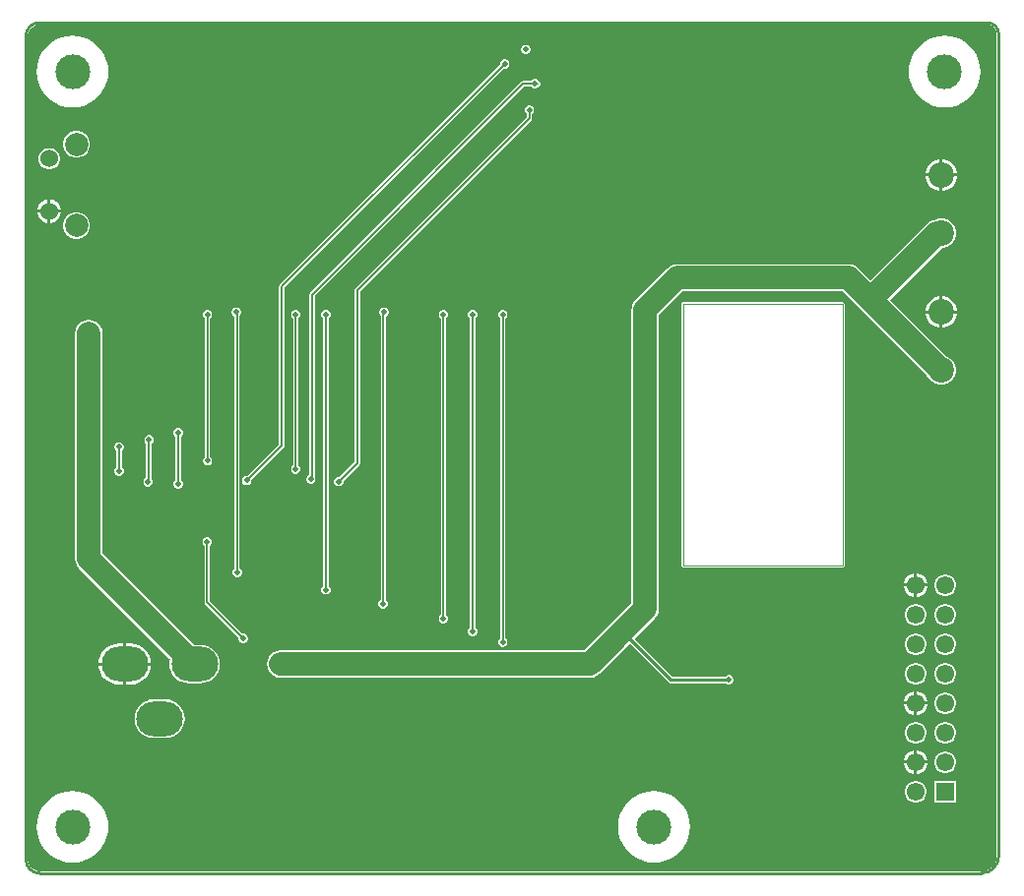
<source format=gbl>
G04*
G04 #@! TF.GenerationSoftware,Altium Limited,Altium Designer,25.8.1 (18)*
G04*
G04 Layer_Physical_Order=2*
G04 Layer_Color=16711680*
%FSLAX24Y24*%
%MOIN*%
G70*
G04*
G04 #@! TF.SameCoordinates,E7C4B6EF-679D-40F3-B346-0123BADFF20E*
G04*
G04*
G04 #@! TF.FilePolarity,Positive*
G04*
G01*
G75*
%ADD13C,0.0100*%
%ADD17C,0.0039*%
%ADD39R,0.0610X0.0610*%
%ADD40C,0.0610*%
%ADD46C,0.0197*%
%ADD48C,0.0060*%
%ADD49C,0.0800*%
%ADD52C,0.0866*%
%ADD53O,0.1575X0.1181*%
%ADD54C,0.1181*%
%ADD55C,0.0600*%
%ADD56C,0.0787*%
G36*
X30971Y27186D02*
X30973Y27186D01*
X30975Y27186D01*
X31006D01*
X31068Y27173D01*
X31126Y27149D01*
X31178Y27114D01*
X31223Y27070D01*
X31258Y27018D01*
X31282Y26960D01*
X31294Y26898D01*
Y26866D01*
X31294Y-999D01*
Y-1049D01*
X31274Y-1147D01*
X31236Y-1240D01*
X31181Y-1323D01*
X31110Y-1393D01*
X31027Y-1449D01*
X30935Y-1487D01*
X30837Y-1507D01*
X30787D01*
X30787Y-1507D01*
X30787Y-1507D01*
X-1113Y-1510D01*
X-1151Y-1510D01*
X-1228Y-1495D01*
X-1300Y-1465D01*
X-1366Y-1421D01*
X-1421Y-1366D01*
X-1465Y-1300D01*
X-1495Y-1228D01*
X-1510Y-1151D01*
Y-1112D01*
X-1510Y26791D01*
Y26830D01*
X-1495Y26907D01*
X-1465Y26980D01*
X-1421Y27045D01*
X-1366Y27100D01*
X-1300Y27144D01*
X-1228Y27174D01*
X-1151Y27189D01*
X-1112D01*
X30904Y27189D01*
X30971Y27186D01*
D02*
G37*
%LPC*%
G36*
X15386Y26501D02*
X15323D01*
X15265Y26477D01*
X15220Y26432D01*
X15196Y26374D01*
Y26311D01*
X15220Y26253D01*
X15265Y26208D01*
X15323Y26184D01*
X15386D01*
X15444Y26208D01*
X15489Y26253D01*
X15513Y26311D01*
Y26374D01*
X15489Y26432D01*
X15444Y26477D01*
X15386Y26501D01*
D02*
G37*
G36*
X15695Y25336D02*
X15632D01*
X15574Y25311D01*
X15531Y25269D01*
X15256D01*
X15221Y25262D01*
X15191Y25242D01*
X8045Y18096D01*
X8025Y18067D01*
X8018Y18032D01*
Y11921D01*
X7981Y11906D01*
X7937Y11861D01*
X7912Y11803D01*
Y11740D01*
X7937Y11682D01*
X7981Y11637D01*
X8039Y11613D01*
X8102D01*
X8161Y11637D01*
X8205Y11682D01*
X8229Y11740D01*
Y11803D01*
X8205Y11861D01*
X8200Y11866D01*
X8202Y11875D01*
Y17993D01*
X15294Y25085D01*
X15531D01*
X15574Y25043D01*
X15632Y25019D01*
X15695D01*
X15753Y25043D01*
X15798Y25087D01*
X15804Y25103D01*
X15819Y25112D01*
X15839Y25142D01*
X15846Y25177D01*
X15839Y25212D01*
X15819Y25242D01*
X15804Y25252D01*
X15798Y25267D01*
X15753Y25311D01*
X15695Y25336D01*
D02*
G37*
G36*
X29528Y26807D02*
X29337Y26792D01*
X29152Y26747D01*
X28975Y26674D01*
X28813Y26574D01*
X28668Y26450D01*
X28544Y26305D01*
X28444Y26143D01*
X28371Y25966D01*
X28326Y25781D01*
X28311Y25591D01*
X28326Y25400D01*
X28371Y25215D01*
X28444Y25038D01*
X28544Y24876D01*
X28668Y24731D01*
X28813Y24607D01*
X28975Y24507D01*
X29152Y24434D01*
X29337Y24389D01*
X29528Y24374D01*
X29718Y24389D01*
X29903Y24434D01*
X30080Y24507D01*
X30242Y24607D01*
X30387Y24731D01*
X30511Y24876D01*
X30611Y25038D01*
X30684Y25215D01*
X30729Y25400D01*
X30744Y25591D01*
X30729Y25781D01*
X30684Y25966D01*
X30611Y26143D01*
X30511Y26305D01*
X30387Y26450D01*
X30242Y26574D01*
X30080Y26674D01*
X29903Y26747D01*
X29718Y26792D01*
X29528Y26807D01*
D02*
G37*
G36*
X0D02*
X-190Y26792D01*
X-376Y26747D01*
X-552Y26674D01*
X-715Y26574D01*
X-860Y26450D01*
X-984Y26305D01*
X-1084Y26143D01*
X-1157Y25966D01*
X-1201Y25781D01*
X-1216Y25591D01*
X-1201Y25400D01*
X-1157Y25215D01*
X-1084Y25038D01*
X-984Y24876D01*
X-860Y24731D01*
X-715Y24607D01*
X-552Y24507D01*
X-376Y24434D01*
X-190Y24389D01*
X0Y24374D01*
X190Y24389D01*
X376Y24434D01*
X552Y24507D01*
X715Y24607D01*
X860Y24731D01*
X984Y24876D01*
X1084Y25038D01*
X1157Y25215D01*
X1201Y25400D01*
X1216Y25591D01*
X1201Y25781D01*
X1157Y25966D01*
X1084Y26143D01*
X984Y26305D01*
X860Y26450D01*
X715Y26574D01*
X552Y26674D01*
X376Y26747D01*
X190Y26792D01*
X0Y26807D01*
D02*
G37*
G36*
X198Y23584D02*
X78D01*
X-37Y23553D01*
X-141Y23493D01*
X-225Y23409D01*
X-285Y23305D01*
X-316Y23190D01*
Y23070D01*
X-285Y22955D01*
X-225Y22851D01*
X-141Y22767D01*
X-37Y22707D01*
X78Y22676D01*
X198D01*
X313Y22707D01*
X416Y22767D01*
X501Y22851D01*
X561Y22955D01*
X591Y23070D01*
Y23190D01*
X561Y23305D01*
X501Y23409D01*
X416Y23493D01*
X313Y23553D01*
X198Y23584D01*
D02*
G37*
G36*
X-740Y22998D02*
X-835D01*
X-926Y22973D01*
X-1008Y22926D01*
X-1075Y22859D01*
X-1123Y22777D01*
X-1147Y22685D01*
Y22590D01*
X-1123Y22499D01*
X-1075Y22417D01*
X-1008Y22350D01*
X-926Y22302D01*
X-835Y22278D01*
X-740D01*
X-648Y22302D01*
X-566Y22350D01*
X-499Y22417D01*
X-452Y22499D01*
X-427Y22590D01*
Y22685D01*
X-452Y22777D01*
X-499Y22859D01*
X-566Y22926D01*
X-648Y22973D01*
X-740Y22998D01*
D02*
G37*
G36*
X29480Y22620D02*
X29459D01*
Y22137D01*
X29943D01*
Y22157D01*
X29906Y22292D01*
X29836Y22414D01*
X29737Y22513D01*
X29615Y22583D01*
X29480Y22620D01*
D02*
G37*
G36*
X29359D02*
X29339D01*
X29204Y22583D01*
X29082Y22513D01*
X28983Y22414D01*
X28913Y22292D01*
X28876Y22157D01*
Y22137D01*
X29359D01*
Y22620D01*
D02*
G37*
G36*
X29943Y22037D02*
X29459D01*
Y21554D01*
X29480D01*
X29615Y21590D01*
X29737Y21660D01*
X29836Y21759D01*
X29906Y21881D01*
X29943Y22016D01*
Y22037D01*
D02*
G37*
G36*
X29359D02*
X28876D01*
Y22016D01*
X28913Y21881D01*
X28983Y21759D01*
X29082Y21660D01*
X29204Y21590D01*
X29339Y21554D01*
X29359D01*
Y22037D01*
D02*
G37*
G36*
X-735Y21266D02*
X-737D01*
Y20916D01*
X-387D01*
Y20919D01*
X-415Y21021D01*
X-467Y21112D01*
X-542Y21186D01*
X-633Y21239D01*
X-735Y21266D01*
D02*
G37*
G36*
X-837D02*
X-840D01*
X-942Y21239D01*
X-1033Y21186D01*
X-1107Y21112D01*
X-1160Y21021D01*
X-1187Y20919D01*
Y20916D01*
X-837D01*
Y21266D01*
D02*
G37*
G36*
X-387Y20816D02*
X-737D01*
Y20466D01*
X-735D01*
X-633Y20493D01*
X-542Y20546D01*
X-467Y20621D01*
X-415Y20712D01*
X-387Y20813D01*
Y20816D01*
D02*
G37*
G36*
X-837D02*
X-1187D01*
Y20813D01*
X-1160Y20712D01*
X-1107Y20621D01*
X-1033Y20546D01*
X-942Y20493D01*
X-840Y20466D01*
X-837D01*
Y20816D01*
D02*
G37*
G36*
X198Y20828D02*
X78D01*
X-37Y20797D01*
X-141Y20737D01*
X-225Y20653D01*
X-285Y20549D01*
X-316Y20434D01*
Y20314D01*
X-285Y20199D01*
X-225Y20095D01*
X-141Y20011D01*
X-37Y19951D01*
X78Y19920D01*
X198D01*
X313Y19951D01*
X416Y20011D01*
X501Y20095D01*
X561Y20199D01*
X591Y20314D01*
Y20434D01*
X561Y20549D01*
X501Y20653D01*
X416Y20737D01*
X313Y20797D01*
X198Y20828D01*
D02*
G37*
G36*
X29474Y20611D02*
X29345D01*
X29219Y20578D01*
X29189Y20560D01*
X29139Y20554D01*
X29027Y20507D01*
X28931Y20434D01*
X27018Y18520D01*
X26608Y18930D01*
X26512Y19004D01*
X26479Y19018D01*
X26400Y19051D01*
X26340Y19058D01*
X26280Y19066D01*
X26280Y19066D01*
X20472D01*
X20352Y19051D01*
X20240Y19004D01*
X20144Y18930D01*
X20144Y18930D01*
X19062Y17848D01*
X18988Y17752D01*
X18942Y17640D01*
X18934Y17580D01*
X18926Y17520D01*
X18926Y17520D01*
Y7574D01*
X18058Y6706D01*
X18058Y6706D01*
X17841Y6489D01*
X17328Y5976D01*
X7047D01*
X6927Y5960D01*
X6815Y5914D01*
X6719Y5840D01*
X6645Y5744D01*
X6599Y5632D01*
X6583Y5512D01*
X6599Y5392D01*
X6645Y5280D01*
X6719Y5184D01*
X6815Y5110D01*
X6927Y5064D01*
X7047Y5048D01*
X17520D01*
X17520Y5048D01*
X17640Y5064D01*
X17752Y5110D01*
X17848Y5184D01*
X18497Y5833D01*
X18714Y6050D01*
X18714Y6050D01*
X18871Y6207D01*
X20179Y4898D01*
X20179Y4898D01*
X20216Y4874D01*
X20259Y4866D01*
X22111D01*
X22133Y4843D01*
X22192Y4819D01*
X22255D01*
X22313Y4843D01*
X22357Y4888D01*
X22382Y4946D01*
Y5009D01*
X22357Y5067D01*
X22313Y5112D01*
X22255Y5136D01*
X22192D01*
X22133Y5112D01*
X22111Y5090D01*
X20305D01*
X19029Y6365D01*
X19718Y7054D01*
X19718Y7054D01*
X19760Y7108D01*
X19792Y7150D01*
X19811Y7196D01*
X19838Y7262D01*
X19854Y7382D01*
Y17328D01*
X20665Y18138D01*
X26087D01*
X28959Y15267D01*
X29015Y15170D01*
X29107Y15078D01*
X29219Y15013D01*
X29345Y14979D01*
X29474D01*
X29600Y15013D01*
X29712Y15078D01*
X29804Y15170D01*
X29869Y15282D01*
X29903Y15408D01*
Y15537D01*
X29869Y15663D01*
X29804Y15775D01*
X29712Y15867D01*
X29615Y15923D01*
X27674Y17864D01*
X29435Y19625D01*
X29474D01*
X29600Y19659D01*
X29712Y19724D01*
X29804Y19815D01*
X29869Y19928D01*
X29903Y20053D01*
Y20183D01*
X29869Y20308D01*
X29804Y20421D01*
X29712Y20513D01*
X29600Y20578D01*
X29474Y20611D01*
D02*
G37*
G36*
X29480Y17974D02*
X29459D01*
Y17491D01*
X29943D01*
Y17511D01*
X29906Y17647D01*
X29836Y17768D01*
X29737Y17868D01*
X29615Y17938D01*
X29480Y17974D01*
D02*
G37*
G36*
X29359D02*
X29339D01*
X29204Y17938D01*
X29082Y17868D01*
X28983Y17768D01*
X28913Y17647D01*
X28876Y17511D01*
Y17491D01*
X29359D01*
Y17974D01*
D02*
G37*
G36*
X29943Y17391D02*
X29459D01*
Y16908D01*
X29480D01*
X29615Y16944D01*
X29737Y17014D01*
X29836Y17114D01*
X29906Y17235D01*
X29943Y17371D01*
Y17391D01*
D02*
G37*
G36*
X29359D02*
X28876D01*
Y17371D01*
X28913Y17235D01*
X28983Y17114D01*
X29082Y17014D01*
X29204Y16944D01*
X29339Y16908D01*
X29359D01*
Y17391D01*
D02*
G37*
G36*
X4598Y17521D02*
X4535D01*
X4477Y17497D01*
X4433Y17452D01*
X4408Y17394D01*
Y17331D01*
X4433Y17272D01*
X4475Y17230D01*
Y12534D01*
X4433Y12491D01*
X4408Y12433D01*
Y12370D01*
X4433Y12312D01*
X4477Y12267D01*
X4535Y12243D01*
X4598D01*
X4657Y12267D01*
X4701Y12312D01*
X4725Y12370D01*
Y12433D01*
X4701Y12491D01*
X4659Y12534D01*
Y17230D01*
X4701Y17272D01*
X4725Y17331D01*
Y17394D01*
X4701Y17452D01*
X4657Y17497D01*
X4598Y17521D01*
D02*
G37*
G36*
X7591D02*
X7528D01*
X7469Y17497D01*
X7425Y17452D01*
X7401Y17394D01*
Y17331D01*
X7425Y17272D01*
X7467Y17230D01*
Y12258D01*
X7425Y12216D01*
X7401Y12157D01*
Y12094D01*
X7425Y12036D01*
X7469Y11992D01*
X7528Y11968D01*
X7591D01*
X7649Y11992D01*
X7693Y12036D01*
X7717Y12094D01*
Y12157D01*
X7693Y12216D01*
X7651Y12258D01*
Y17230D01*
X7693Y17272D01*
X7717Y17331D01*
Y17394D01*
X7693Y17452D01*
X7649Y17497D01*
X7591Y17521D01*
D02*
G37*
G36*
X1606Y13032D02*
X1543D01*
X1485Y13008D01*
X1441Y12964D01*
X1416Y12906D01*
Y12843D01*
X1441Y12784D01*
X1485Y12740D01*
X1492Y12737D01*
Y12185D01*
X1485Y12182D01*
X1441Y12137D01*
X1416Y12079D01*
Y12016D01*
X1441Y11957D01*
X1485Y11913D01*
X1543Y11889D01*
X1606D01*
X1665Y11913D01*
X1709Y11957D01*
X1733Y12016D01*
Y12079D01*
X1709Y12137D01*
X1676Y12170D01*
Y12751D01*
X1709Y12784D01*
X1733Y12843D01*
Y12906D01*
X1709Y12964D01*
X1665Y13008D01*
X1606Y13032D01*
D02*
G37*
G36*
X14667Y26015D02*
X14604D01*
X14546Y25991D01*
X14502Y25946D01*
X14477Y25888D01*
Y25828D01*
X7022Y18372D01*
X7002Y18343D01*
X6995Y18307D01*
Y12961D01*
X5928Y11894D01*
X5868D01*
X5810Y11870D01*
X5765Y11825D01*
X5741Y11767D01*
Y11704D01*
X5765Y11646D01*
X5810Y11601D01*
X5868Y11577D01*
X5931D01*
X5989Y11601D01*
X6034Y11646D01*
X6058Y11704D01*
Y11764D01*
X7151Y12858D01*
X7171Y12888D01*
X7178Y12923D01*
Y18269D01*
X14607Y25698D01*
X14667D01*
X14726Y25722D01*
X14770Y25767D01*
X14794Y25825D01*
Y25888D01*
X14770Y25946D01*
X14726Y25991D01*
X14667Y26015D01*
D02*
G37*
G36*
X15504Y24450D02*
X15441D01*
X15383Y24426D01*
X15338Y24381D01*
X15314Y24323D01*
Y24260D01*
X15338Y24202D01*
X15381Y24159D01*
Y24054D01*
X9581Y18254D01*
X9561Y18224D01*
X9554Y18189D01*
Y12370D01*
X9041Y11857D01*
X8981D01*
X8923Y11833D01*
X8878Y11788D01*
X8854Y11730D01*
Y11667D01*
X8878Y11609D01*
X8923Y11564D01*
X8981Y11540D01*
X9044D01*
X9102Y11564D01*
X9147Y11609D01*
X9171Y11667D01*
Y11727D01*
X9711Y12267D01*
X9730Y12297D01*
X9737Y12332D01*
Y18151D01*
X15537Y23951D01*
X15557Y23981D01*
X15564Y24016D01*
Y24159D01*
X15607Y24202D01*
X15631Y24260D01*
Y24323D01*
X15607Y24381D01*
X15562Y24426D01*
X15504Y24450D01*
D02*
G37*
G36*
X2630Y13269D02*
X2567D01*
X2509Y13245D01*
X2464Y13200D01*
X2440Y13142D01*
Y13079D01*
X2464Y13020D01*
X2487Y12998D01*
Y11835D01*
X2469Y11827D01*
X2425Y11783D01*
X2401Y11724D01*
Y11661D01*
X2425Y11603D01*
X2469Y11559D01*
X2528Y11534D01*
X2591D01*
X2649Y11559D01*
X2693Y11603D01*
X2717Y11661D01*
Y11724D01*
X2693Y11783D01*
X2670Y11806D01*
Y12969D01*
X2688Y12976D01*
X2733Y13020D01*
X2757Y13079D01*
Y13142D01*
X2733Y13200D01*
X2688Y13245D01*
X2630Y13269D01*
D02*
G37*
G36*
X3614Y13505D02*
X3551D01*
X3493Y13481D01*
X3448Y13436D01*
X3424Y13378D01*
Y13315D01*
X3448Y13257D01*
X3491Y13214D01*
Y11746D01*
X3448Y11704D01*
X3424Y11646D01*
Y11583D01*
X3448Y11524D01*
X3493Y11480D01*
X3551Y11456D01*
X3614D01*
X3672Y11480D01*
X3717Y11524D01*
X3741Y11583D01*
Y11646D01*
X3717Y11704D01*
X3674Y11746D01*
Y13214D01*
X3717Y13257D01*
X3741Y13315D01*
Y13378D01*
X3717Y13436D01*
X3672Y13481D01*
X3614Y13505D01*
D02*
G37*
G36*
X26083Y17781D02*
X20669D01*
X20623Y17762D01*
X20604Y17717D01*
Y8858D01*
X20623Y8812D01*
X20669Y8793D01*
X26083D01*
X26129Y8812D01*
X26148Y8858D01*
Y17717D01*
X26129Y17762D01*
X26083Y17781D01*
D02*
G37*
G36*
X5583Y17599D02*
X5520D01*
X5461Y17575D01*
X5417Y17531D01*
X5393Y17472D01*
Y17409D01*
X5417Y17351D01*
X5461Y17307D01*
X5479Y17299D01*
Y8735D01*
X5456Y8712D01*
X5432Y8654D01*
Y8591D01*
X5456Y8532D01*
X5501Y8488D01*
X5559Y8464D01*
X5622D01*
X5680Y8488D01*
X5725Y8532D01*
X5749Y8591D01*
Y8654D01*
X5725Y8712D01*
X5680Y8756D01*
X5663Y8764D01*
Y17328D01*
X5685Y17351D01*
X5710Y17409D01*
Y17472D01*
X5685Y17531D01*
X5641Y17575D01*
X5583Y17599D01*
D02*
G37*
G36*
X28601Y8594D02*
X28597D01*
Y8239D01*
X28952D01*
Y8242D01*
X28925Y8345D01*
X28871Y8438D01*
X28796Y8513D01*
X28704Y8566D01*
X28601Y8594D01*
D02*
G37*
G36*
X28497D02*
X28494D01*
X28391Y8566D01*
X28298Y8513D01*
X28223Y8438D01*
X28170Y8345D01*
X28142Y8242D01*
Y8239D01*
X28497D01*
Y8594D01*
D02*
G37*
G36*
X8614Y17521D02*
X8551D01*
X8493Y17497D01*
X8448Y17452D01*
X8424Y17394D01*
Y17331D01*
X8448Y17272D01*
X8491Y17230D01*
Y8164D01*
X8448Y8121D01*
X8424Y8063D01*
Y8000D01*
X8448Y7942D01*
X8493Y7897D01*
X8551Y7873D01*
X8614D01*
X8672Y7897D01*
X8717Y7942D01*
X8741Y8000D01*
Y8063D01*
X8717Y8121D01*
X8674Y8164D01*
Y17230D01*
X8717Y17272D01*
X8741Y17331D01*
Y17394D01*
X8717Y17452D01*
X8672Y17497D01*
X8614Y17521D01*
D02*
G37*
G36*
X29595Y8554D02*
X29499D01*
X29406Y8529D01*
X29323Y8481D01*
X29255Y8413D01*
X29207Y8330D01*
X29182Y8237D01*
Y8141D01*
X29207Y8048D01*
X29255Y7965D01*
X29323Y7897D01*
X29406Y7849D01*
X29499Y7824D01*
X29595D01*
X29688Y7849D01*
X29771Y7897D01*
X29839Y7965D01*
X29887Y8048D01*
X29912Y8141D01*
Y8237D01*
X29887Y8330D01*
X29839Y8413D01*
X29771Y8481D01*
X29688Y8529D01*
X29595Y8554D01*
D02*
G37*
G36*
X28952Y8139D02*
X28597D01*
Y7784D01*
X28601D01*
X28704Y7811D01*
X28796Y7865D01*
X28871Y7940D01*
X28925Y8033D01*
X28952Y8136D01*
Y8139D01*
D02*
G37*
G36*
X28497D02*
X28142D01*
Y8136D01*
X28170Y8033D01*
X28223Y7940D01*
X28298Y7865D01*
X28391Y7811D01*
X28494Y7784D01*
X28497D01*
Y8139D01*
D02*
G37*
G36*
X10583Y17599D02*
X10520D01*
X10461Y17575D01*
X10417Y17531D01*
X10393Y17472D01*
Y17409D01*
X10417Y17351D01*
X10440Y17328D01*
Y7701D01*
X10422Y7693D01*
X10378Y7649D01*
X10353Y7591D01*
Y7528D01*
X10378Y7469D01*
X10422Y7425D01*
X10480Y7401D01*
X10543D01*
X10602Y7425D01*
X10646Y7469D01*
X10670Y7528D01*
Y7591D01*
X10646Y7649D01*
X10623Y7672D01*
Y17299D01*
X10641Y17307D01*
X10685Y17351D01*
X10710Y17409D01*
Y17472D01*
X10685Y17531D01*
X10641Y17575D01*
X10583Y17599D01*
D02*
G37*
G36*
X12591Y17521D02*
X12528D01*
X12469Y17497D01*
X12425Y17452D01*
X12401Y17394D01*
Y17331D01*
X12425Y17272D01*
X12467Y17230D01*
Y7180D01*
X12425Y7137D01*
X12401Y7079D01*
Y7016D01*
X12425Y6957D01*
X12469Y6913D01*
X12528Y6889D01*
X12591D01*
X12649Y6913D01*
X12693Y6957D01*
X12717Y7016D01*
Y7079D01*
X12693Y7137D01*
X12651Y7180D01*
Y17230D01*
X12693Y17272D01*
X12717Y17331D01*
Y17394D01*
X12693Y17452D01*
X12649Y17497D01*
X12591Y17521D01*
D02*
G37*
G36*
X29595Y7554D02*
X29499D01*
X29406Y7529D01*
X29323Y7481D01*
X29255Y7413D01*
X29207Y7330D01*
X29182Y7237D01*
Y7141D01*
X29207Y7048D01*
X29255Y6965D01*
X29323Y6897D01*
X29406Y6849D01*
X29499Y6824D01*
X29595D01*
X29688Y6849D01*
X29771Y6897D01*
X29839Y6965D01*
X29887Y7048D01*
X29912Y7141D01*
Y7237D01*
X29887Y7330D01*
X29839Y7413D01*
X29771Y7481D01*
X29688Y7529D01*
X29595Y7554D01*
D02*
G37*
G36*
X28595D02*
X28499D01*
X28406Y7529D01*
X28323Y7481D01*
X28255Y7413D01*
X28207Y7330D01*
X28182Y7237D01*
Y7141D01*
X28207Y7048D01*
X28255Y6965D01*
X28323Y6897D01*
X28406Y6849D01*
X28499Y6824D01*
X28595D01*
X28688Y6849D01*
X28771Y6897D01*
X28839Y6965D01*
X28887Y7048D01*
X28912Y7141D01*
Y7237D01*
X28887Y7330D01*
X28839Y7413D01*
X28771Y7481D01*
X28688Y7529D01*
X28595Y7554D01*
D02*
G37*
G36*
X13575Y17521D02*
X13512D01*
X13454Y17497D01*
X13409Y17452D01*
X13385Y17394D01*
Y17331D01*
X13409Y17272D01*
X13452Y17230D01*
Y6746D01*
X13409Y6704D01*
X13385Y6646D01*
Y6583D01*
X13409Y6524D01*
X13454Y6480D01*
X13512Y6456D01*
X13575D01*
X13633Y6480D01*
X13678Y6524D01*
X13702Y6583D01*
Y6646D01*
X13678Y6704D01*
X13635Y6746D01*
Y17230D01*
X13678Y17272D01*
X13702Y17331D01*
Y17394D01*
X13678Y17452D01*
X13633Y17497D01*
X13575Y17521D01*
D02*
G37*
G36*
X4591Y9812D02*
X4528D01*
X4469Y9788D01*
X4425Y9743D01*
X4401Y9685D01*
Y9622D01*
X4425Y9564D01*
X4467Y9521D01*
Y7606D01*
X4474Y7571D01*
X4494Y7541D01*
X5629Y6407D01*
Y6346D01*
X5653Y6288D01*
X5698Y6244D01*
X5756Y6220D01*
X5819D01*
X5877Y6244D01*
X5922Y6288D01*
X5946Y6346D01*
Y6409D01*
X5922Y6468D01*
X5877Y6512D01*
X5819Y6536D01*
X5759D01*
X4651Y7644D01*
Y9521D01*
X4693Y9564D01*
X4717Y9622D01*
Y9685D01*
X4693Y9743D01*
X4649Y9788D01*
X4591Y9812D01*
D02*
G37*
G36*
X14598Y17521D02*
X14535D01*
X14477Y17497D01*
X14433Y17452D01*
X14409Y17394D01*
Y17331D01*
X14433Y17272D01*
X14475Y17230D01*
Y6392D01*
X14433Y6350D01*
X14409Y6291D01*
Y6228D01*
X14433Y6170D01*
X14477Y6126D01*
X14535Y6101D01*
X14598D01*
X14657Y6126D01*
X14701Y6170D01*
X14725Y6228D01*
Y6291D01*
X14701Y6350D01*
X14659Y6392D01*
Y17230D01*
X14701Y17272D01*
X14725Y17331D01*
Y17394D01*
X14701Y17452D01*
X14657Y17497D01*
X14598Y17521D01*
D02*
G37*
G36*
X29595Y6554D02*
X29499D01*
X29406Y6529D01*
X29323Y6481D01*
X29255Y6413D01*
X29207Y6330D01*
X29182Y6237D01*
Y6141D01*
X29207Y6048D01*
X29255Y5965D01*
X29323Y5897D01*
X29406Y5849D01*
X29499Y5824D01*
X29595D01*
X29688Y5849D01*
X29771Y5897D01*
X29839Y5965D01*
X29887Y6048D01*
X29912Y6141D01*
Y6237D01*
X29887Y6330D01*
X29839Y6413D01*
X29771Y6481D01*
X29688Y6529D01*
X29595Y6554D01*
D02*
G37*
G36*
X28595D02*
X28499D01*
X28406Y6529D01*
X28323Y6481D01*
X28255Y6413D01*
X28207Y6330D01*
X28182Y6237D01*
Y6141D01*
X28207Y6048D01*
X28255Y5965D01*
X28323Y5897D01*
X28406Y5849D01*
X28499Y5824D01*
X28595D01*
X28688Y5849D01*
X28771Y5897D01*
X28839Y5965D01*
X28887Y6048D01*
X28912Y6141D01*
Y6237D01*
X28887Y6330D01*
X28839Y6413D01*
X28771Y6481D01*
X28688Y6529D01*
X28595Y6554D01*
D02*
G37*
G36*
X1969Y6206D02*
X1822D01*
Y5562D01*
X2657D01*
X2649Y5647D01*
X2610Y5777D01*
X2545Y5897D01*
X2459Y6002D01*
X2354Y6089D01*
X2234Y6153D01*
X2104Y6192D01*
X1969Y6206D01*
D02*
G37*
G36*
X1722D02*
X1575D01*
X1439Y6192D01*
X1309Y6153D01*
X1189Y6089D01*
X1084Y6002D01*
X998Y5897D01*
X934Y5777D01*
X894Y5647D01*
X886Y5562D01*
X1722D01*
Y6206D01*
D02*
G37*
G36*
X551Y17183D02*
X431Y17167D01*
X319Y17121D01*
X223Y17047D01*
X149Y16951D01*
X103Y16839D01*
X87Y16719D01*
Y16557D01*
Y9094D01*
X87Y9094D01*
X103Y8974D01*
X149Y8863D01*
X223Y8766D01*
X3297Y5692D01*
X3298Y5685D01*
X3305Y5669D01*
X3296Y5639D01*
X3283Y5512D01*
X3296Y5384D01*
X3333Y5262D01*
X3393Y5149D01*
X3475Y5050D01*
X3574Y4968D01*
X3687Y4908D01*
X3809Y4871D01*
X3937Y4858D01*
X4331D01*
X4458Y4871D01*
X4581Y4908D01*
X4694Y4968D01*
X4793Y5050D01*
X4874Y5149D01*
X4935Y5262D01*
X4972Y5384D01*
X4984Y5512D01*
X4972Y5639D01*
X4935Y5762D01*
X4874Y5875D01*
X4793Y5974D01*
X4694Y6055D01*
X4581Y6116D01*
X4458Y6153D01*
X4331Y6166D01*
X4122D01*
X4075Y6227D01*
X4075Y6227D01*
X1015Y9287D01*
Y16557D01*
Y16719D01*
X999Y16839D01*
X953Y16951D01*
X879Y17047D01*
X783Y17121D01*
X671Y17167D01*
X551Y17183D01*
D02*
G37*
G36*
X29595Y5554D02*
X29499D01*
X29406Y5529D01*
X29323Y5481D01*
X29255Y5413D01*
X29207Y5330D01*
X29182Y5237D01*
Y5141D01*
X29207Y5048D01*
X29255Y4965D01*
X29323Y4897D01*
X29406Y4849D01*
X29499Y4824D01*
X29595D01*
X29688Y4849D01*
X29771Y4897D01*
X29839Y4965D01*
X29887Y5048D01*
X29912Y5141D01*
Y5237D01*
X29887Y5330D01*
X29839Y5413D01*
X29771Y5481D01*
X29688Y5529D01*
X29595Y5554D01*
D02*
G37*
G36*
X28595D02*
X28499D01*
X28406Y5529D01*
X28323Y5481D01*
X28255Y5413D01*
X28207Y5330D01*
X28182Y5237D01*
Y5141D01*
X28207Y5048D01*
X28255Y4965D01*
X28323Y4897D01*
X28406Y4849D01*
X28499Y4824D01*
X28595D01*
X28688Y4849D01*
X28771Y4897D01*
X28839Y4965D01*
X28887Y5048D01*
X28912Y5141D01*
Y5237D01*
X28887Y5330D01*
X28839Y5413D01*
X28771Y5481D01*
X28688Y5529D01*
X28595Y5554D01*
D02*
G37*
G36*
X2657Y5462D02*
X1822D01*
Y4818D01*
X1969D01*
X2104Y4831D01*
X2234Y4871D01*
X2354Y4935D01*
X2459Y5021D01*
X2545Y5126D01*
X2610Y5246D01*
X2649Y5376D01*
X2657Y5462D01*
D02*
G37*
G36*
X1722D02*
X886D01*
X894Y5376D01*
X934Y5246D01*
X998Y5126D01*
X1084Y5021D01*
X1189Y4935D01*
X1309Y4871D01*
X1439Y4831D01*
X1575Y4818D01*
X1722D01*
Y5462D01*
D02*
G37*
G36*
X28601Y4594D02*
X28597D01*
Y4239D01*
X28952D01*
Y4242D01*
X28925Y4345D01*
X28871Y4438D01*
X28796Y4513D01*
X28704Y4566D01*
X28601Y4594D01*
D02*
G37*
G36*
X28497D02*
X28494D01*
X28391Y4566D01*
X28298Y4513D01*
X28223Y4438D01*
X28170Y4345D01*
X28142Y4242D01*
Y4239D01*
X28497D01*
Y4594D01*
D02*
G37*
G36*
X29595Y4554D02*
X29499D01*
X29406Y4529D01*
X29323Y4481D01*
X29255Y4413D01*
X29207Y4330D01*
X29182Y4237D01*
Y4141D01*
X29207Y4048D01*
X29255Y3965D01*
X29323Y3897D01*
X29406Y3849D01*
X29499Y3824D01*
X29595D01*
X29688Y3849D01*
X29771Y3897D01*
X29839Y3965D01*
X29887Y4048D01*
X29912Y4141D01*
Y4237D01*
X29887Y4330D01*
X29839Y4413D01*
X29771Y4481D01*
X29688Y4529D01*
X29595Y4554D01*
D02*
G37*
G36*
X28952Y4139D02*
X28597D01*
Y3784D01*
X28601D01*
X28704Y3811D01*
X28796Y3865D01*
X28871Y3940D01*
X28925Y4033D01*
X28952Y4136D01*
Y4139D01*
D02*
G37*
G36*
X28497D02*
X28142D01*
Y4136D01*
X28170Y4033D01*
X28223Y3940D01*
X28298Y3865D01*
X28391Y3811D01*
X28494Y3784D01*
X28497D01*
Y4139D01*
D02*
G37*
G36*
X3150Y4315D02*
X2756D01*
X2628Y4303D01*
X2506Y4265D01*
X2393Y4205D01*
X2294Y4124D01*
X2212Y4025D01*
X2152Y3912D01*
X2115Y3789D01*
X2102Y3661D01*
X2115Y3534D01*
X2152Y3411D01*
X2212Y3298D01*
X2294Y3199D01*
X2393Y3118D01*
X2506Y3057D01*
X2628Y3020D01*
X2756Y3008D01*
X3150D01*
X3277Y3020D01*
X3400Y3057D01*
X3513Y3118D01*
X3612Y3199D01*
X3693Y3298D01*
X3754Y3411D01*
X3791Y3534D01*
X3803Y3661D01*
X3791Y3789D01*
X3754Y3912D01*
X3693Y4025D01*
X3612Y4124D01*
X3513Y4205D01*
X3400Y4265D01*
X3277Y4303D01*
X3150Y4315D01*
D02*
G37*
G36*
X29595Y3554D02*
X29499D01*
X29406Y3529D01*
X29323Y3481D01*
X29255Y3413D01*
X29207Y3330D01*
X29182Y3237D01*
Y3141D01*
X29207Y3048D01*
X29255Y2965D01*
X29323Y2897D01*
X29406Y2849D01*
X29499Y2824D01*
X29595D01*
X29688Y2849D01*
X29771Y2897D01*
X29839Y2965D01*
X29887Y3048D01*
X29912Y3141D01*
Y3237D01*
X29887Y3330D01*
X29839Y3413D01*
X29771Y3481D01*
X29688Y3529D01*
X29595Y3554D01*
D02*
G37*
G36*
X28595D02*
X28499D01*
X28406Y3529D01*
X28323Y3481D01*
X28255Y3413D01*
X28207Y3330D01*
X28182Y3237D01*
Y3141D01*
X28207Y3048D01*
X28255Y2965D01*
X28323Y2897D01*
X28406Y2849D01*
X28499Y2824D01*
X28595D01*
X28688Y2849D01*
X28771Y2897D01*
X28839Y2965D01*
X28887Y3048D01*
X28912Y3141D01*
Y3237D01*
X28887Y3330D01*
X28839Y3413D01*
X28771Y3481D01*
X28688Y3529D01*
X28595Y3554D01*
D02*
G37*
G36*
X28601Y2594D02*
X28597D01*
Y2239D01*
X28952D01*
Y2242D01*
X28925Y2345D01*
X28871Y2438D01*
X28796Y2513D01*
X28704Y2566D01*
X28601Y2594D01*
D02*
G37*
G36*
X28497D02*
X28494D01*
X28391Y2566D01*
X28298Y2513D01*
X28223Y2438D01*
X28170Y2345D01*
X28142Y2242D01*
Y2239D01*
X28497D01*
Y2594D01*
D02*
G37*
G36*
X29595Y2554D02*
X29499D01*
X29406Y2529D01*
X29323Y2481D01*
X29255Y2413D01*
X29207Y2330D01*
X29182Y2237D01*
Y2141D01*
X29207Y2048D01*
X29255Y1965D01*
X29323Y1897D01*
X29406Y1849D01*
X29499Y1824D01*
X29595D01*
X29688Y1849D01*
X29771Y1897D01*
X29839Y1965D01*
X29887Y2048D01*
X29912Y2141D01*
Y2237D01*
X29887Y2330D01*
X29839Y2413D01*
X29771Y2481D01*
X29688Y2529D01*
X29595Y2554D01*
D02*
G37*
G36*
X28952Y2139D02*
X28597D01*
Y1784D01*
X28601D01*
X28704Y1811D01*
X28796Y1865D01*
X28871Y1940D01*
X28925Y2033D01*
X28952Y2136D01*
Y2139D01*
D02*
G37*
G36*
X28497D02*
X28142D01*
Y2136D01*
X28170Y2033D01*
X28223Y1940D01*
X28298Y1865D01*
X28391Y1811D01*
X28494Y1784D01*
X28497D01*
Y2139D01*
D02*
G37*
G36*
X29912Y1554D02*
X29182D01*
Y824D01*
X29912D01*
Y1554D01*
D02*
G37*
G36*
X28595D02*
X28499D01*
X28406Y1529D01*
X28323Y1481D01*
X28255Y1413D01*
X28207Y1330D01*
X28182Y1237D01*
Y1141D01*
X28207Y1048D01*
X28255Y965D01*
X28323Y897D01*
X28406Y849D01*
X28499Y824D01*
X28595D01*
X28688Y849D01*
X28771Y897D01*
X28839Y965D01*
X28887Y1048D01*
X28912Y1141D01*
Y1237D01*
X28887Y1330D01*
X28839Y1413D01*
X28771Y1481D01*
X28688Y1529D01*
X28595Y1554D01*
D02*
G37*
G36*
X19685Y1216D02*
X19495Y1201D01*
X19309Y1157D01*
X19133Y1084D01*
X18970Y984D01*
X18825Y860D01*
X18701Y715D01*
X18601Y552D01*
X18528Y376D01*
X18484Y190D01*
X18469Y0D01*
X18484Y-190D01*
X18528Y-376D01*
X18601Y-552D01*
X18701Y-715D01*
X18825Y-860D01*
X18970Y-984D01*
X19133Y-1084D01*
X19309Y-1157D01*
X19495Y-1201D01*
X19685Y-1216D01*
X19875Y-1201D01*
X20061Y-1157D01*
X20237Y-1084D01*
X20400Y-984D01*
X20545Y-860D01*
X20669Y-715D01*
X20769Y-552D01*
X20842Y-376D01*
X20886Y-190D01*
X20901Y0D01*
X20886Y190D01*
X20842Y376D01*
X20769Y552D01*
X20669Y715D01*
X20545Y860D01*
X20400Y984D01*
X20237Y1084D01*
X20061Y1157D01*
X19875Y1201D01*
X19685Y1216D01*
D02*
G37*
G36*
X0D02*
X-190Y1201D01*
X-376Y1157D01*
X-552Y1084D01*
X-715Y984D01*
X-860Y860D01*
X-984Y715D01*
X-1084Y552D01*
X-1157Y376D01*
X-1201Y190D01*
X-1216Y0D01*
X-1201Y-190D01*
X-1157Y-376D01*
X-1084Y-552D01*
X-984Y-715D01*
X-860Y-860D01*
X-715Y-984D01*
X-552Y-1084D01*
X-376Y-1157D01*
X-190Y-1201D01*
X0Y-1216D01*
X190Y-1201D01*
X376Y-1157D01*
X552Y-1084D01*
X715Y-984D01*
X860Y-860D01*
X984Y-715D01*
X1084Y-552D01*
X1157Y-376D01*
X1201Y-190D01*
X1216Y0D01*
X1201Y190D01*
X1157Y376D01*
X1084Y552D01*
X984Y715D01*
X860Y860D01*
X715Y984D01*
X552Y1084D01*
X376Y1157D01*
X190Y1201D01*
X0Y1216D01*
D02*
G37*
%LPD*%
D13*
X20259Y4978D02*
X22223D01*
X18622Y6614D02*
X20259Y4978D01*
X30787Y-1571D02*
G03*
X31359Y-999I0J572D01*
G01*
X31359Y26866D02*
G03*
X30975Y27250I-384J0D01*
G01*
X-1112Y27254D02*
G03*
X-1575Y26791I0J-463D01*
G01*
X-1575Y-1112D02*
G03*
X-1112Y-1575I463J0D01*
G01*
X31359Y-999D02*
X31359Y26866D01*
X30906Y27254D02*
X30975Y27250D01*
X-1112Y27254D02*
X30906Y27254D01*
X-1113Y-1575D02*
X30787Y-1575D01*
X-1575Y26791D02*
X-1575Y-1112D01*
D17*
X20669Y8858D02*
X26083D01*
X20669D02*
Y17717D01*
X26083Y8858D02*
Y17717D01*
X20669D02*
X26083D01*
D39*
X29547Y1189D02*
D03*
D40*
Y2189D02*
D03*
Y3189D02*
D03*
Y4189D02*
D03*
Y5189D02*
D03*
Y6189D02*
D03*
Y7189D02*
D03*
Y8189D02*
D03*
X28547Y1189D02*
D03*
Y2189D02*
D03*
Y3189D02*
D03*
Y4189D02*
D03*
Y5189D02*
D03*
Y6189D02*
D03*
Y7189D02*
D03*
Y8189D02*
D03*
D46*
X15354Y26343D02*
D03*
X28676Y23725D02*
D03*
X29926Y21225D02*
D03*
X28676Y18725D02*
D03*
X29926Y16225D02*
D03*
X28676Y13725D02*
D03*
X29926Y11225D02*
D03*
X28676Y8725D02*
D03*
Y-1275D02*
D03*
X26176Y23725D02*
D03*
X27426Y21225D02*
D03*
Y16225D02*
D03*
Y11225D02*
D03*
X26176Y8725D02*
D03*
Y3725D02*
D03*
Y-1275D02*
D03*
X23676Y23725D02*
D03*
X24926Y21225D02*
D03*
X23676Y-1275D02*
D03*
X21176Y23725D02*
D03*
X22426Y21225D02*
D03*
X21176Y-1275D02*
D03*
X18676Y23725D02*
D03*
X19926Y21225D02*
D03*
X18676Y13725D02*
D03*
Y8725D02*
D03*
Y-1275D02*
D03*
X16176Y23725D02*
D03*
X17426Y21225D02*
D03*
X16176Y18725D02*
D03*
X17426Y16225D02*
D03*
X16176Y13725D02*
D03*
Y3725D02*
D03*
Y-1275D02*
D03*
X14926Y21225D02*
D03*
X13676Y3725D02*
D03*
X14926Y1225D02*
D03*
X13676Y-1275D02*
D03*
X11176Y23725D02*
D03*
Y18725D02*
D03*
Y13725D02*
D03*
X12426Y6225D02*
D03*
X11176Y3725D02*
D03*
X12426Y1225D02*
D03*
X11176Y-1275D02*
D03*
X8676Y23725D02*
D03*
X9926Y16225D02*
D03*
X8676Y3725D02*
D03*
X9926Y1225D02*
D03*
X8676Y-1275D02*
D03*
X6176Y23725D02*
D03*
X7426Y21225D02*
D03*
X6176Y18725D02*
D03*
Y13725D02*
D03*
Y3725D02*
D03*
X7426Y1225D02*
D03*
X6176Y-1275D02*
D03*
X3676Y23725D02*
D03*
X4926Y21225D02*
D03*
Y16225D02*
D03*
X3676Y13725D02*
D03*
Y8725D02*
D03*
X4926Y6225D02*
D03*
Y1225D02*
D03*
X3676Y-1275D02*
D03*
X1176Y23725D02*
D03*
X2426Y21225D02*
D03*
X1176Y18725D02*
D03*
X2426Y16225D02*
D03*
X1176Y13725D02*
D03*
X2426Y6225D02*
D03*
X1176Y3725D02*
D03*
X2426Y1225D02*
D03*
X1176Y-1275D02*
D03*
X-1324Y23725D02*
D03*
X-74Y21225D02*
D03*
X-1324Y18725D02*
D03*
X-74Y16225D02*
D03*
X-1324Y13725D02*
D03*
Y8725D02*
D03*
X-74Y6225D02*
D03*
X-1324Y3725D02*
D03*
Y-1275D02*
D03*
X17795Y7913D02*
D03*
X17205Y8307D02*
D03*
X16142Y9094D02*
D03*
X18661Y9528D02*
D03*
X18583Y8465D02*
D03*
X18386Y7441D02*
D03*
X19646Y6063D02*
D03*
X20354Y5394D02*
D03*
X21457Y5236D02*
D03*
X20984Y7559D02*
D03*
X23622Y7047D02*
D03*
X24291Y6339D02*
D03*
X24370Y7165D02*
D03*
X25651Y6793D02*
D03*
Y7055D02*
D03*
Y7302D02*
D03*
Y2916D02*
D03*
X25512Y8465D02*
D03*
X23189Y8425D02*
D03*
X21220Y8386D02*
D03*
X26457Y10512D02*
D03*
X26417Y12677D02*
D03*
X26457Y14331D02*
D03*
Y15827D02*
D03*
X26535Y17165D02*
D03*
X25236Y17953D02*
D03*
X23228D02*
D03*
X21417D02*
D03*
X20276Y17008D02*
D03*
X20236Y15630D02*
D03*
X20315Y14449D02*
D03*
X20236Y12992D02*
D03*
X3976Y9331D02*
D03*
X3819Y8071D02*
D03*
X4843Y6535D02*
D03*
X10039Y6142D02*
D03*
X8583D02*
D03*
X6850D02*
D03*
X10984Y6496D02*
D03*
X9213Y6772D02*
D03*
X7874Y6732D02*
D03*
X6378Y6850D02*
D03*
X5669Y7441D02*
D03*
X21693Y1024D02*
D03*
X20984Y1063D02*
D03*
X18543Y1024D02*
D03*
X17795Y787D02*
D03*
X16684Y801D02*
D03*
X15433Y906D02*
D03*
X14488Y1575D02*
D03*
X14016Y2087D02*
D03*
X13583Y2520D02*
D03*
X12953Y3189D02*
D03*
X12165Y3858D02*
D03*
X11496Y4567D02*
D03*
X12677Y4528D02*
D03*
X13386Y3780D02*
D03*
X14173Y3110D02*
D03*
X14882Y2362D02*
D03*
X15709Y1732D02*
D03*
X16850D02*
D03*
X18032Y1693D02*
D03*
X18425Y2205D02*
D03*
X17638Y2874D02*
D03*
X16811Y3661D02*
D03*
X15945Y4567D02*
D03*
X15236Y6299D02*
D03*
X16811Y4724D02*
D03*
X17362Y4213D02*
D03*
X17992Y3583D02*
D03*
X18110Y4252D02*
D03*
X18622Y2953D02*
D03*
X19331Y2244D02*
D03*
X20157D02*
D03*
X20787Y2441D02*
D03*
X19449Y3780D02*
D03*
X18150Y5079D02*
D03*
X18780Y4449D02*
D03*
X20039Y3189D02*
D03*
X17559Y4843D02*
D03*
X18780Y3701D02*
D03*
X19488Y3031D02*
D03*
X21299Y2638D02*
D03*
X20827Y3150D02*
D03*
X20118Y3819D02*
D03*
X19488Y4488D02*
D03*
X18898Y5039D02*
D03*
X21378Y3307D02*
D03*
X20748Y3937D02*
D03*
X20118Y4567D02*
D03*
X19488Y5197D02*
D03*
X18937Y5748D02*
D03*
X16929Y6299D02*
D03*
X22795Y3622D02*
D03*
X25118Y3701D02*
D03*
X25000Y7913D02*
D03*
X24094D02*
D03*
X27362Y3622D02*
D03*
X26890Y3150D02*
D03*
X26496Y2756D02*
D03*
X27877Y3991D02*
D03*
X27874Y5512D02*
D03*
Y5984D02*
D03*
X27402Y5787D02*
D03*
X28031Y6417D02*
D03*
X27598D02*
D03*
X27953Y7441D02*
D03*
X27756Y6890D02*
D03*
X21654Y4370D02*
D03*
X21848Y155D02*
D03*
X22223Y4978D02*
D03*
X23346Y4567D02*
D03*
X22283Y5276D02*
D03*
X23387Y5239D02*
D03*
X24567Y4567D02*
D03*
X25551Y4606D02*
D03*
X23543Y5945D02*
D03*
X24213Y5472D02*
D03*
X26732Y4528D02*
D03*
X26280Y3445D02*
D03*
X17047Y7638D02*
D03*
X17717Y6969D02*
D03*
X14567Y6260D02*
D03*
X26929Y2520D02*
D03*
X28012Y3504D02*
D03*
X27874Y2165D02*
D03*
X27480Y1890D02*
D03*
X28115Y1362D02*
D03*
X25651Y7608D02*
D03*
X27795Y12520D02*
D03*
X22559Y7992D02*
D03*
X27402Y2992D02*
D03*
X28130Y2953D02*
D03*
X27795Y4921D02*
D03*
X26575D02*
D03*
X29941Y6693D02*
D03*
X29862Y7638D02*
D03*
X29035Y7480D02*
D03*
Y7008D02*
D03*
X29075Y6457D02*
D03*
X24331Y2835D02*
D03*
X28988Y4739D02*
D03*
X29272Y5669D02*
D03*
X23465Y2953D02*
D03*
X30059Y3740D02*
D03*
X30020Y2638D02*
D03*
X29035Y3465D02*
D03*
X29941Y5709D02*
D03*
X29801Y629D02*
D03*
X30242Y934D02*
D03*
X22165Y1102D02*
D03*
X23504Y1654D02*
D03*
X24291D02*
D03*
X23874Y728D02*
D03*
X29429Y2677D02*
D03*
X29390Y1693D02*
D03*
X29035Y2992D02*
D03*
X29075Y2047D02*
D03*
Y2441D02*
D03*
X27264Y787D02*
D03*
X24331Y2283D02*
D03*
X23465D02*
D03*
X25651Y3180D02*
D03*
X24961Y472D02*
D03*
X28996Y748D02*
D03*
X30098Y4685D02*
D03*
X28169Y787D02*
D03*
X30177Y1850D02*
D03*
X7283Y5630D02*
D03*
X7520D02*
D03*
X7047D02*
D03*
X551Y16811D02*
D03*
Y16557D02*
D03*
X7520Y5394D02*
D03*
X7047D02*
D03*
X7283D02*
D03*
X5551Y17441D02*
D03*
X5591Y8622D02*
D03*
X3583Y13346D02*
D03*
Y11614D02*
D03*
X7559Y12126D02*
D03*
Y17362D02*
D03*
X4559Y9654D02*
D03*
X5787Y6378D02*
D03*
X1575Y12874D02*
D03*
Y12047D02*
D03*
X14567Y17362D02*
D03*
X13543D02*
D03*
Y6614D02*
D03*
X10512Y7559D02*
D03*
X10551Y17441D02*
D03*
X4567Y12402D02*
D03*
Y17362D02*
D03*
X2598Y13110D02*
D03*
X2559Y11693D02*
D03*
X12559Y17362D02*
D03*
Y7047D02*
D03*
X8583Y8031D02*
D03*
Y17362D02*
D03*
X1260Y12362D02*
D03*
X15472Y23268D02*
D03*
X14252Y21969D02*
D03*
X12323Y20079D02*
D03*
X12441Y24843D02*
D03*
X11142Y23150D02*
D03*
X9291Y21496D02*
D03*
X7835Y20000D02*
D03*
X10630Y19921D02*
D03*
X12441Y21614D02*
D03*
X13858Y23150D02*
D03*
X14961Y24213D02*
D03*
X13780Y24331D02*
D03*
X12559Y23110D02*
D03*
X10984Y21575D02*
D03*
X9252Y19843D02*
D03*
X13307Y6142D02*
D03*
X12953Y6575D02*
D03*
X13976Y6220D02*
D03*
X14107Y6831D02*
D03*
X15630Y6772D02*
D03*
X16142Y6260D02*
D03*
X16457Y6772D02*
D03*
X15866Y7283D02*
D03*
X15027Y7321D02*
D03*
X17047Y6850D02*
D03*
X16417Y7480D02*
D03*
X15630Y7795D02*
D03*
X16299Y8268D02*
D03*
X15118Y8346D02*
D03*
X9409D02*
D03*
X11850Y8386D02*
D03*
X11063Y8307D02*
D03*
X11850Y7795D02*
D03*
X11102D02*
D03*
X14016Y7244D02*
D03*
X12992Y7283D02*
D03*
X14016Y7795D02*
D03*
X13068Y7797D02*
D03*
X14055Y8307D02*
D03*
X13110D02*
D03*
X15039Y9449D02*
D03*
X14016Y9409D02*
D03*
X13032Y9488D02*
D03*
X12071Y9085D02*
D03*
X11102Y9252D02*
D03*
X9528Y9331D02*
D03*
X7520Y9252D02*
D03*
X6339Y9213D02*
D03*
X5039Y8150D02*
D03*
X5079Y9409D02*
D03*
X3209Y8820D02*
D03*
X-1181Y9843D02*
D03*
X-794Y11945D02*
D03*
X9882Y11654D02*
D03*
X6969Y11929D02*
D03*
X5039Y11772D02*
D03*
X4055Y12165D02*
D03*
X3031D02*
D03*
X2047Y12047D02*
D03*
X4094Y16575D02*
D03*
X4055Y14921D02*
D03*
X15118Y14606D02*
D03*
X15079Y16063D02*
D03*
Y16929D02*
D03*
X14055Y13858D02*
D03*
Y15433D02*
D03*
Y16535D02*
D03*
X12992Y16732D02*
D03*
Y15315D02*
D03*
X13032Y14055D02*
D03*
X11220D02*
D03*
X11929Y14685D02*
D03*
X11299Y15236D02*
D03*
X11968Y16102D02*
D03*
X11142Y16772D02*
D03*
X10039Y16890D02*
D03*
X10000Y15748D02*
D03*
X10079Y14409D02*
D03*
X9134Y14016D02*
D03*
X9134Y14982D02*
D03*
X9134Y16378D02*
D03*
Y17205D02*
D03*
X8346Y16890D02*
D03*
Y15827D02*
D03*
Y14449D02*
D03*
X7795Y13858D02*
D03*
X7835Y15157D02*
D03*
Y16260D02*
D03*
X8071Y11772D02*
D03*
X7323Y14449D02*
D03*
Y15748D02*
D03*
Y16850D02*
D03*
X6378Y16339D02*
D03*
X6429Y15142D02*
D03*
X6417Y14134D02*
D03*
X5039Y14252D02*
D03*
X5079Y15827D02*
D03*
Y16929D02*
D03*
X16024Y25866D02*
D03*
X16496Y24685D02*
D03*
X15472Y24291D02*
D03*
X14213Y26575D02*
D03*
X14636Y25857D02*
D03*
X15664Y25177D02*
D03*
X6575Y17362D02*
D03*
X9012Y11698D02*
D03*
X5899Y11736D02*
D03*
X6496Y4331D02*
D03*
X5669Y4646D02*
D03*
X-630Y8386D02*
D03*
X1575Y9811D02*
D03*
X6575Y11543D02*
D03*
X16575D02*
D03*
Y9811D02*
D03*
X11575Y11543D02*
D03*
Y9811D02*
D03*
X6575D02*
D03*
X1575Y11543D02*
D03*
X16575Y19173D02*
D03*
Y17441D02*
D03*
X11575Y19173D02*
D03*
Y17441D02*
D03*
X6575Y19173D02*
D03*
X1575Y17441D02*
D03*
Y19173D02*
D03*
X3701Y20827D02*
D03*
D48*
X14567Y6260D02*
Y17362D01*
X5571Y8642D02*
X5591Y8622D01*
X5551Y17441D02*
X5571Y17421D01*
Y8642D02*
Y17421D01*
X3583Y11614D02*
Y13346D01*
X7559Y12126D02*
Y17362D01*
X4559Y7606D02*
Y9654D01*
Y7606D02*
X5787Y6378D01*
X1575Y12874D02*
X1584Y12865D01*
Y12057D02*
Y12865D01*
X1575Y12047D02*
X1584Y12057D01*
X13543Y6614D02*
Y17362D01*
X10512Y7559D02*
X10532Y7579D01*
Y17421D02*
X10551Y17441D01*
X10532Y7579D02*
Y17421D01*
X4567Y12402D02*
Y17362D01*
X2579Y11713D02*
Y13091D01*
X2559Y11693D02*
X2579Y11713D01*
Y13091D02*
X2598Y13110D01*
X12559Y7047D02*
Y17362D01*
X8583Y8031D02*
Y17362D01*
X8097Y11798D02*
Y11862D01*
X8110Y11875D02*
Y18032D01*
X15256Y25177D01*
X8071Y11772D02*
X8097Y11798D01*
Y11862D02*
X8110Y11875D01*
X15472Y24016D02*
Y24291D01*
X9646Y18189D02*
X15472Y24016D01*
X15664Y25177D02*
X15754D01*
X7087Y12923D02*
Y18307D01*
X14636Y25857D01*
X15256Y25177D02*
X15664D01*
X9646Y12332D02*
Y18189D01*
X9012Y11698D02*
X9646Y12332D01*
X5899Y11736D02*
X7087Y12923D01*
D49*
X18386Y6378D02*
X19390Y7382D01*
X18169Y6161D02*
X18386Y6378D01*
X7047Y5512D02*
X17520D01*
X19390Y7382D02*
Y17520D01*
X20472Y18602D02*
X26280D01*
X19390Y17520D02*
X20472Y18602D01*
X26280D02*
X29397Y15485D01*
X27147Y17994D02*
X29259Y20105D01*
X29397D01*
X29409Y20118D01*
X17520Y5512D02*
X18169Y6161D01*
X551Y9094D02*
X3746Y5899D01*
X551Y16557D02*
Y16719D01*
Y9094D02*
Y16557D01*
X3746Y5805D02*
Y5899D01*
Y5805D02*
X4040Y5512D01*
D52*
X29409Y20118D02*
D03*
Y15472D02*
D03*
Y22087D02*
D03*
Y17441D02*
D03*
D53*
X4134Y5512D02*
D03*
X2953Y3661D02*
D03*
X1772Y5512D02*
D03*
D54*
X19685Y0D02*
D03*
X29528Y25591D02*
D03*
X0D02*
D03*
Y0D02*
D03*
D55*
X-787Y22638D02*
D03*
Y20866D02*
D03*
D56*
X138Y20374D02*
D03*
Y23130D02*
D03*
M02*

</source>
